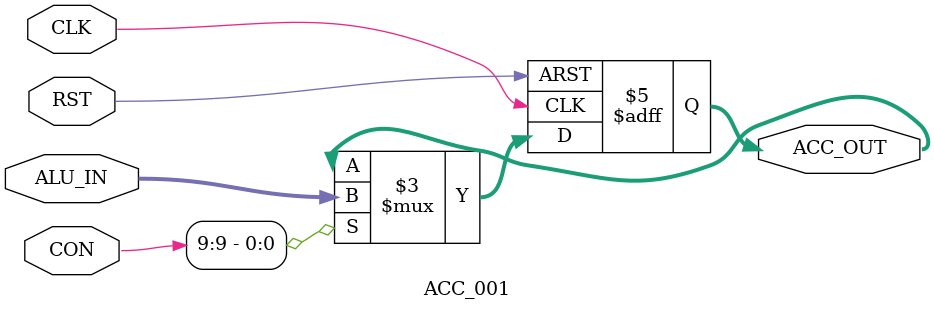
<source format=v>
`timescale 1ns / 1ps
module ACC_001(CON,CLK,ALU_IN,ACC_OUT,RST);

	input CLK,RST;
	input[15:0] ALU_IN;
	input[31:0] CON;
	output reg[15:0] ACC_OUT;
	
	initial
		begin
		ACC_OUT <= 0;
	end

	always@(posedge CLK or posedge RST)
		begin
		if(RST)
			begin
			ACC_OUT <= 0;
		end
		else
			begin
			if(CON[9])
				ACC_OUT <= ALU_IN;
			else;
		end
	end
endmodule

</source>
